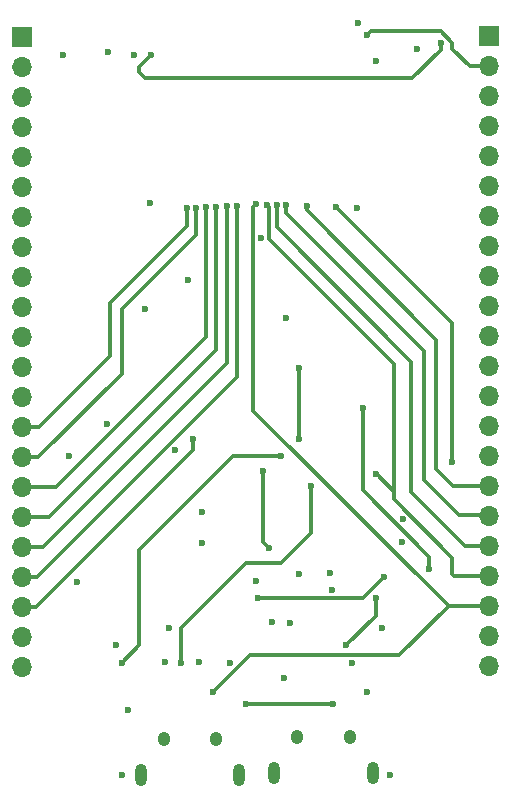
<source format=gbr>
%TF.GenerationSoftware,KiCad,Pcbnew,9.0.0*%
%TF.CreationDate,2025-06-09T12:03:21+05:30*%
%TF.ProjectId,ESP32_DevKit_M1,45535033-325f-4446-9576-4b69745f4d31,rev?*%
%TF.SameCoordinates,Original*%
%TF.FileFunction,Copper,L4,Bot*%
%TF.FilePolarity,Positive*%
%FSLAX46Y46*%
G04 Gerber Fmt 4.6, Leading zero omitted, Abs format (unit mm)*
G04 Created by KiCad (PCBNEW 9.0.0) date 2025-06-09 12:03:21*
%MOMM*%
%LPD*%
G01*
G04 APERTURE LIST*
%TA.AperFunction,ComponentPad*%
%ADD10R,1.700000X1.700000*%
%TD*%
%TA.AperFunction,ComponentPad*%
%ADD11O,1.700000X1.700000*%
%TD*%
%TA.AperFunction,HeatsinkPad*%
%ADD12O,1.000000X1.900000*%
%TD*%
%TA.AperFunction,HeatsinkPad*%
%ADD13O,1.050000X1.250000*%
%TD*%
%TA.AperFunction,ViaPad*%
%ADD14C,0.600000*%
%TD*%
%TA.AperFunction,Conductor*%
%ADD15C,0.300000*%
%TD*%
G04 APERTURE END LIST*
D10*
%TO.P,J3,1,Pin_1*%
%TO.N,ESP_3.3V*%
X106575000Y-65995000D03*
D11*
%TO.P,J3,2,Pin_2*%
%TO.N,/GPIO0*%
X106575000Y-68535000D03*
%TO.P,J3,3,Pin_3*%
%TO.N,/GPIO1*%
X106575000Y-71075000D03*
%TO.P,J3,4,Pin_4*%
%TO.N,/GPIO2*%
X106575000Y-73615000D03*
%TO.P,J3,5,Pin_5*%
%TO.N,/GPIO3*%
X106575000Y-76155000D03*
%TO.P,J3,6,Pin_6*%
%TO.N,/GPIO4*%
X106575000Y-78695000D03*
%TO.P,J3,7,Pin_7*%
%TO.N,/GPIO5*%
X106575000Y-81235000D03*
%TO.P,J3,8,Pin_8*%
%TO.N,/GPIO6*%
X106575000Y-83775000D03*
%TO.P,J3,9,Pin_9*%
%TO.N,/GPIO7*%
X106575000Y-86315000D03*
%TO.P,J3,10,Pin_10*%
%TO.N,/GPIO8*%
X106575000Y-88855000D03*
%TO.P,J3,11,Pin_11*%
%TO.N,/GPIO9*%
X106575000Y-91395000D03*
%TO.P,J3,12,Pin_12*%
%TO.N,/GPIO10*%
X106575000Y-93935000D03*
%TO.P,J3,13,Pin_13*%
%TO.N,/GPIO11*%
X106575000Y-96475000D03*
%TO.P,J3,14,Pin_14*%
%TO.N,/GPIO12*%
X106575000Y-99015000D03*
%TO.P,J3,15,Pin_15*%
%TO.N,/GPIO13*%
X106575000Y-101555000D03*
%TO.P,J3,16,Pin_16*%
%TO.N,/GPIO14*%
X106575000Y-104095000D03*
%TO.P,J3,17,Pin_17*%
%TO.N,/GPIO15*%
X106575000Y-106635000D03*
%TO.P,J3,18,Pin_18*%
%TO.N,/GPIO16*%
X106575000Y-109175000D03*
%TO.P,J3,19,Pin_19*%
%TO.N,/GPIO17*%
X106575000Y-111715000D03*
%TO.P,J3,20,Pin_20*%
%TO.N,/GPIO18*%
X106575000Y-114255000D03*
%TO.P,J3,21,Pin_21*%
%TO.N,5V*%
X106575000Y-116795000D03*
%TO.P,J3,22,Pin_22*%
%TO.N,GND*%
X106575000Y-119335000D03*
%TD*%
D10*
%TO.P,J4,1,Pin_1*%
%TO.N,GND*%
X146075000Y-65915000D03*
D11*
%TO.P,J4,2,Pin_2*%
%TO.N,/CHIP_PU*%
X146075000Y-68455000D03*
%TO.P,J4,3,Pin_3*%
%TO.N,/GPIO46*%
X146075000Y-70995000D03*
%TO.P,J4,4,Pin_4*%
%TO.N,/GPIO45*%
X146075000Y-73535000D03*
%TO.P,J4,5,Pin_5*%
%TO.N,/U0RXD*%
X146075000Y-76075000D03*
%TO.P,J4,6,Pin_6*%
%TO.N,/U0TXD*%
X146075000Y-78615000D03*
%TO.P,J4,7,Pin_7*%
%TO.N,/GPIO42*%
X146075000Y-81155000D03*
%TO.P,J4,8,Pin_8*%
%TO.N,/GPIO41*%
X146075000Y-83695000D03*
%TO.P,J4,9,Pin_9*%
%TO.N,/GPIO40*%
X146075000Y-86235000D03*
%TO.P,J4,10,Pin_10*%
%TO.N,/GPIO39*%
X146075000Y-88775000D03*
%TO.P,J4,11,Pin_11*%
%TO.N,/GPIO38*%
X146075000Y-91315000D03*
%TO.P,J4,12,Pin_12*%
%TO.N,/GPIO37*%
X146075000Y-93855000D03*
%TO.P,J4,13,Pin_13*%
%TO.N,/GPIO36*%
X146075000Y-96395000D03*
%TO.P,J4,14,Pin_14*%
%TO.N,/GPIO35*%
X146075000Y-98935000D03*
%TO.P,J4,15,Pin_15*%
%TO.N,/GPIO34*%
X146075000Y-101475000D03*
%TO.P,J4,16,Pin_16*%
%TO.N,/GPIO33*%
X146075000Y-104015000D03*
%TO.P,J4,17,Pin_17*%
%TO.N,/GPIO26*%
X146075000Y-106555000D03*
%TO.P,J4,18,Pin_18*%
%TO.N,/GPIO21*%
X146075000Y-109095000D03*
%TO.P,J4,19,Pin_19*%
%TO.N,/GPIO20*%
X146075000Y-111635000D03*
%TO.P,J4,20,Pin_20*%
%TO.N,/GPIO19*%
X146075000Y-114175000D03*
%TO.P,J4,21,Pin_21*%
%TO.N,/GPIO48*%
X146075000Y-116715000D03*
%TO.P,J4,22,Pin_22*%
%TO.N,/GPIO47*%
X146075000Y-119255000D03*
%TD*%
D12*
%TO.P,J1,6,Shield*%
%TO.N,GND*%
X127900000Y-128275000D03*
D13*
X129850000Y-125275000D03*
X134300000Y-125275000D03*
D12*
X136250000Y-128275000D03*
%TD*%
%TO.P,J2,6,Shield*%
%TO.N,GND*%
X116600000Y-128450000D03*
D13*
X118550000Y-125450000D03*
X123000000Y-125450000D03*
D12*
X124950000Y-128450000D03*
%TD*%
D14*
%TO.N,GND*%
X137732555Y-128525000D03*
X118645240Y-118886221D03*
X117434709Y-80061451D03*
X110500000Y-101500000D03*
X135768994Y-121496737D03*
X114500000Y-117500000D03*
X130000000Y-111500000D03*
X128757667Y-120281672D03*
X115500000Y-123000000D03*
X119500000Y-101000000D03*
X134500000Y-119000000D03*
X109989903Y-67545618D03*
X119000000Y-116000000D03*
X111243719Y-112151463D03*
X120584786Y-86596602D03*
X138775006Y-106775006D03*
X140000000Y-67000000D03*
X134956511Y-80478512D03*
X115000000Y-128500000D03*
X124141675Y-119031765D03*
X132773643Y-112799408D03*
X121574065Y-118877971D03*
X134986158Y-64809911D03*
X126335415Y-112040085D03*
X127742518Y-115564463D03*
X137000000Y-116000000D03*
%TO.N,/CHIP_PU*%
X135737531Y-65826745D03*
X141000000Y-111000000D03*
X135388622Y-97376433D03*
X136500000Y-68000000D03*
%TO.N,Net-(U2-VBUS)*%
X136500000Y-113500000D03*
X134000000Y-117500000D03*
%TO.N,/GPIO0*%
X130000000Y-100000000D03*
X130000000Y-94000000D03*
X116000000Y-67500000D03*
X128500000Y-101500000D03*
X115000000Y-119000000D03*
%TO.N,/GPIO19*%
X122750093Y-121438309D03*
X126396383Y-80142502D03*
%TO.N,/GPIO20*%
X131000000Y-104000000D03*
X127268842Y-80198191D03*
X120000000Y-119000000D03*
X136500000Y-103000000D03*
%TO.N,/GPIO18*%
X121000000Y-100000000D03*
%TO.N,/GPIO15*%
X123003262Y-80367996D03*
%TO.N,/GPIO17*%
X124735806Y-80293744D03*
%TO.N,/GPIO14*%
X122136990Y-80417497D03*
%TO.N,/GPIO16*%
X123877785Y-80343246D03*
%TO.N,/GPIO13*%
X121299120Y-80462427D03*
%TO.N,/GPIO12*%
X120500000Y-80500000D03*
%TO.N,/U0TXD*%
X121779644Y-106216754D03*
%TO.N,/GPIO48*%
X143000000Y-102000000D03*
X133168266Y-80396196D03*
X117000000Y-89000000D03*
%TO.N,/GPIO33*%
X130684429Y-80328132D03*
%TO.N,/GPIO26*%
X128920947Y-80253880D03*
%TO.N,/U0RXD*%
X121799843Y-108836690D03*
%TO.N,/GPIO21*%
X128120944Y-80253880D03*
%TO.N,/DTR*%
X127507947Y-109297163D03*
X127000000Y-102769855D03*
%TO.N,5V*%
X126500000Y-113500000D03*
X137193017Y-111705392D03*
%TO.N,3.3V*%
X129252680Y-115591428D03*
X128888622Y-89789433D03*
X132665004Y-111395497D03*
X138724783Y-108794793D03*
X126784818Y-83044886D03*
X113795781Y-98784979D03*
X113849014Y-67235795D03*
%TO.N,ESP_3.3V*%
X117500000Y-67500000D03*
X142000000Y-66500000D03*
%TO.N,VBUS*%
X125500000Y-122500000D03*
X132900000Y-122500000D03*
%TD*%
D15*
%TO.N,/CHIP_PU*%
X143000000Y-66500000D02*
X143000000Y-67000000D01*
X135737531Y-65826745D02*
X136064276Y-65500000D01*
X136064276Y-65500000D02*
X142000000Y-65500000D01*
X143000000Y-67000000D02*
X144455000Y-68455000D01*
X141000000Y-111000000D02*
X141000000Y-110000000D01*
X141000000Y-110000000D02*
X135388622Y-104388622D01*
X142000000Y-65500000D02*
X143000000Y-66500000D01*
X135388622Y-104388622D02*
X135388622Y-97376433D01*
X144455000Y-68455000D02*
X146075000Y-68455000D01*
%TO.N,Net-(U2-VBUS)*%
X136500000Y-115000000D02*
X134000000Y-117500000D01*
X136500000Y-113500000D02*
X136500000Y-115000000D01*
%TO.N,/GPIO0*%
X124461258Y-101500000D02*
X128500000Y-101500000D01*
X116500000Y-109461258D02*
X124461258Y-101500000D01*
X130000000Y-100000000D02*
X130000000Y-94000000D01*
X116500000Y-114000000D02*
X116500000Y-109461258D01*
X116500000Y-117500000D02*
X116500000Y-114000000D01*
X115000000Y-119000000D02*
X116500000Y-117500000D01*
%TO.N,/GPIO19*%
X127500000Y-118349000D02*
X125839402Y-118349000D01*
X142675000Y-114175000D02*
X146075000Y-114175000D01*
X138501000Y-118349000D02*
X127500000Y-118349000D01*
X126133818Y-80405067D02*
X126133818Y-97633818D01*
X125839402Y-118349000D02*
X122750093Y-121438309D01*
X126396383Y-80142502D02*
X126133818Y-80405067D01*
X126133818Y-97633818D02*
X142675000Y-114175000D01*
X142675000Y-114175000D02*
X138501000Y-118349000D01*
%TO.N,/GPIO20*%
X138071531Y-104500000D02*
X138071531Y-105144504D01*
X125500000Y-110500000D02*
X128500000Y-110500000D01*
X127435818Y-80365167D02*
X127435818Y-83064718D01*
X128500000Y-110500000D02*
X131000000Y-108000000D01*
X127435818Y-83064718D02*
X138071531Y-93700431D01*
X131000000Y-108000000D02*
X131000000Y-104000000D01*
X127268842Y-80198191D02*
X127435818Y-80365167D01*
X138071531Y-105144504D02*
X143000000Y-110072973D01*
X143135000Y-111635000D02*
X146075000Y-111635000D01*
X143000000Y-111500000D02*
X143135000Y-111635000D01*
X136571531Y-103000000D02*
X138071531Y-104500000D01*
X143000000Y-110072973D02*
X143000000Y-111500000D01*
X120000000Y-116000000D02*
X125500000Y-110500000D01*
X120000000Y-119000000D02*
X120000000Y-116000000D01*
X136500000Y-103000000D02*
X136571531Y-103000000D01*
X138071531Y-93700431D02*
X138071531Y-104500000D01*
%TO.N,/GPIO18*%
X108500000Y-113500000D02*
X121000000Y-101000000D01*
X121000000Y-101000000D02*
X121000000Y-100000000D01*
X106575000Y-114255000D02*
X107745000Y-114255000D01*
X107745000Y-114255000D02*
X108500000Y-113500000D01*
%TO.N,/GPIO15*%
X123003262Y-92496738D02*
X108865000Y-106635000D01*
X123003262Y-80367996D02*
X123003262Y-92496738D01*
X108865000Y-106635000D02*
X106575000Y-106635000D01*
%TO.N,/GPIO17*%
X107785000Y-111715000D02*
X106575000Y-111715000D01*
X124735806Y-80293744D02*
X124735806Y-94764194D01*
X124735806Y-94764194D02*
X107785000Y-111715000D01*
%TO.N,/GPIO14*%
X109405000Y-104095000D02*
X106575000Y-104095000D01*
X122136990Y-91363010D02*
X109405000Y-104095000D01*
X122136990Y-80417497D02*
X122136990Y-91363010D01*
%TO.N,/GPIO16*%
X108325000Y-109175000D02*
X106575000Y-109175000D01*
X123877785Y-93622215D02*
X108325000Y-109175000D01*
X123877785Y-80343246D02*
X123877785Y-93622215D01*
%TO.N,/GPIO13*%
X121250000Y-82750000D02*
X115000000Y-89000000D01*
X107945000Y-101555000D02*
X106575000Y-101555000D01*
X121299120Y-80462427D02*
X121299120Y-82700880D01*
X121299120Y-82700880D02*
X121250000Y-82750000D01*
X115000000Y-89000000D02*
X115000000Y-94500000D01*
X115000000Y-94500000D02*
X107945000Y-101555000D01*
%TO.N,/GPIO12*%
X120500000Y-82000000D02*
X114000000Y-88500000D01*
X120500000Y-80500000D02*
X120500000Y-82000000D01*
X114000000Y-93000000D02*
X107985000Y-99015000D01*
X114000000Y-88500000D02*
X114000000Y-93000000D01*
X107985000Y-99015000D02*
X106575000Y-99015000D01*
%TO.N,/GPIO48*%
X142886035Y-90113965D02*
X143000000Y-90227930D01*
X133168266Y-80396196D02*
X142886035Y-90113965D01*
X143000000Y-90227930D02*
X143000000Y-102000000D01*
%TO.N,/GPIO33*%
X130684429Y-80328132D02*
X130684429Y-80684429D01*
X130684429Y-80684429D02*
X141612338Y-91612338D01*
X143015000Y-104015000D02*
X146075000Y-104015000D01*
X141612338Y-91612338D02*
X141612338Y-102612338D01*
X141612338Y-102612338D02*
X143015000Y-104015000D01*
%TO.N,/GPIO26*%
X128920947Y-80918546D02*
X140563850Y-92561449D01*
X146020000Y-106500000D02*
X146075000Y-106555000D01*
X140563850Y-92561449D02*
X140563850Y-103481277D01*
X140563850Y-103481277D02*
X143582573Y-106500000D01*
X143582573Y-106500000D02*
X146020000Y-106500000D01*
X128920947Y-80253880D02*
X128920947Y-80918546D01*
%TO.N,/GPIO21*%
X128120944Y-80253880D02*
X128120944Y-82120944D01*
X139500000Y-104500000D02*
X144095000Y-109095000D01*
X128120944Y-82120944D02*
X139500000Y-93500000D01*
X139500000Y-93500000D02*
X139500000Y-104500000D01*
X144095000Y-109095000D02*
X146075000Y-109095000D01*
%TO.N,/DTR*%
X127000000Y-108789216D02*
X127507947Y-109297163D01*
X127000000Y-102769855D02*
X127000000Y-108789216D01*
%TO.N,5V*%
X135398409Y-113500000D02*
X126500000Y-113500000D01*
X137193017Y-111705392D02*
X135398409Y-113500000D01*
%TO.N,ESP_3.3V*%
X139599000Y-69500000D02*
X142000000Y-67099000D01*
X117000000Y-69500000D02*
X121000000Y-69500000D01*
X117500000Y-67500000D02*
X116500000Y-68500000D01*
X142000000Y-67099000D02*
X142000000Y-66500000D01*
X116500000Y-69000000D02*
X117000000Y-69500000D01*
X121000000Y-69500000D02*
X139599000Y-69500000D01*
X116500000Y-68500000D02*
X116500000Y-69000000D01*
%TO.N,VBUS*%
X133000000Y-122500000D02*
X132900000Y-122500000D01*
X125500000Y-122500000D02*
X133000000Y-122500000D01*
%TD*%
M02*

</source>
